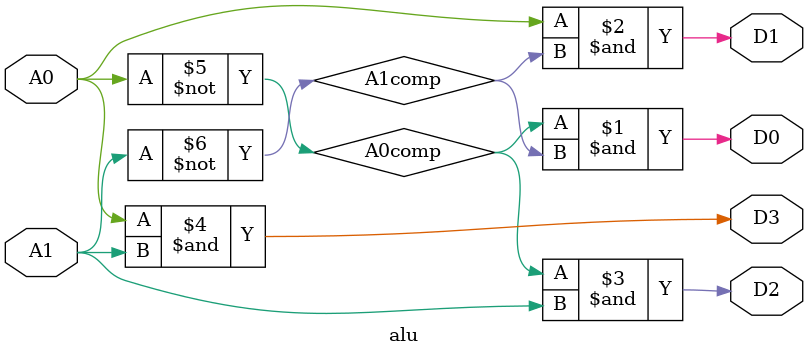
<source format=v>
module alu(A0, A1, D0, D1, D2, D3);
input A0, A1;
output D0, D1, D2, D3;

wire A0comp, A1comp;

not n1(A0comp, A0);
not n2(A1comp, A1);

and a1(D0, A0comp, A1comp);
and a2(D1, A0, A1comp);
and a3(D2, A0comp, A1);
and a4(D3, A0, A1);
endmodule
</source>
